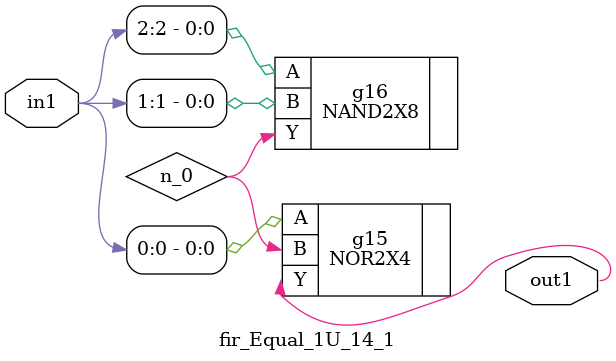
<source format=v>
`timescale 1ps / 1ps


module fir_Equal_1U_14_1(in1, out1);
  input [2:0] in1;
  output out1;
  wire [2:0] in1;
  wire out1;
  wire n_0;
  NOR2X4 g15(.A (in1[0]), .B (n_0), .Y (out1));
  NAND2X8 g16(.A (in1[2]), .B (in1[1]), .Y (n_0));
endmodule



</source>
